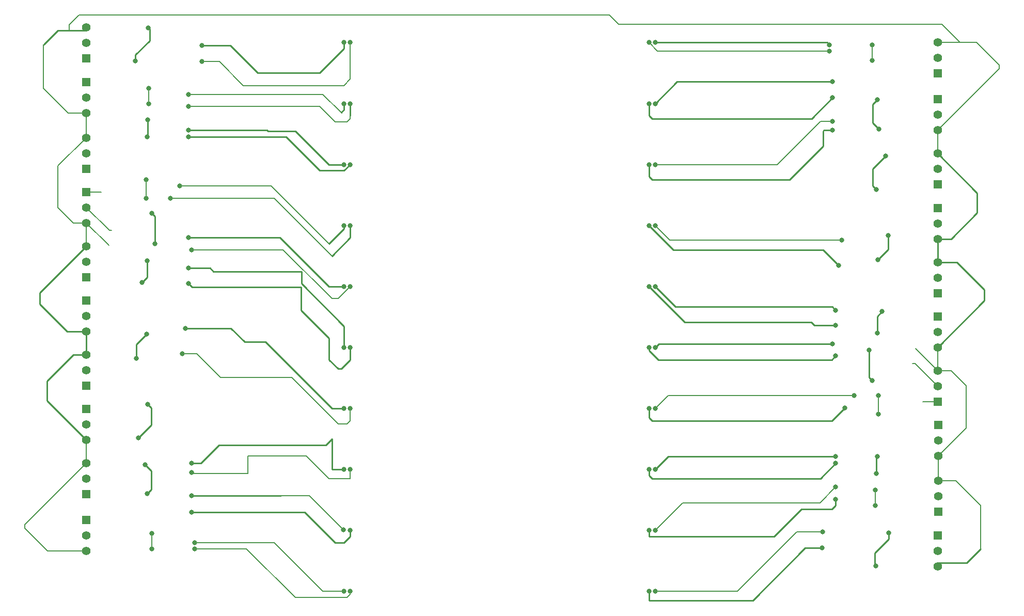
<source format=gbr>
%TF.GenerationSoftware,KiCad,Pcbnew,(6.0.8-1)-1*%
%TF.CreationDate,2023-06-16T18:58:08-04:00*%
%TF.ProjectId,Untitled,556e7469-746c-4656-942e-6b696361645f,rev?*%
%TF.SameCoordinates,Original*%
%TF.FileFunction,Copper,L2,Bot*%
%TF.FilePolarity,Positive*%
%FSLAX46Y46*%
G04 Gerber Fmt 4.6, Leading zero omitted, Abs format (unit mm)*
G04 Created by KiCad (PCBNEW (6.0.8-1)-1) date 2023-06-16 18:58:08*
%MOMM*%
%LPD*%
G01*
G04 APERTURE LIST*
%TA.AperFunction,ComponentPad*%
%ADD10R,1.397000X1.397000*%
%TD*%
%TA.AperFunction,ComponentPad*%
%ADD11C,1.397000*%
%TD*%
%TA.AperFunction,ViaPad*%
%ADD12C,0.800000*%
%TD*%
%TA.AperFunction,Conductor*%
%ADD13C,0.200000*%
%TD*%
%TA.AperFunction,Conductor*%
%ADD14C,0.250000*%
%TD*%
G04 APERTURE END LIST*
D10*
%TO.P,REF\u002A\u002A,1*%
%TO.N,N/C*%
X198842400Y-43580000D03*
D11*
%TO.P,REF\u002A\u002A,2*%
X198842400Y-41040000D03*
%TO.P,REF\u002A\u002A,3*%
X198842400Y-38500000D03*
%TD*%
D10*
%TO.P,REF\u002A\u002A,1*%
%TO.N,N/C*%
X198842400Y-79580000D03*
D11*
%TO.P,REF\u002A\u002A,2*%
X198842400Y-77040000D03*
%TO.P,REF\u002A\u002A,3*%
X198842400Y-74500000D03*
%TD*%
D10*
%TO.P,REF\u002A\u002A,1*%
%TO.N,N/C*%
X198892500Y-115392500D03*
D11*
%TO.P,REF\u002A\u002A,2*%
X198892500Y-112852500D03*
%TO.P,REF\u002A\u002A,3*%
X198892500Y-110312500D03*
%TD*%
D10*
%TO.P,REF\u002A\u002A,1*%
%TO.N,N/C*%
X198842400Y-97380000D03*
D11*
%TO.P,REF\u002A\u002A,2*%
X198842400Y-94840000D03*
%TO.P,REF\u002A\u002A,3*%
X198842400Y-92300000D03*
%TD*%
D10*
%TO.P,REF\u002A\u002A,1*%
%TO.N,N/C*%
X198842400Y-61780000D03*
D11*
%TO.P,REF\u002A\u002A,2*%
X198842400Y-59240000D03*
%TO.P,REF\u002A\u002A,3*%
X198842400Y-56700000D03*
%TD*%
D10*
%TO.P,REF\u002A\u002A,1*%
%TO.N,N/C*%
X198842400Y-47805000D03*
D11*
%TO.P,REF\u002A\u002A,2*%
X198842400Y-50345000D03*
%TO.P,REF\u002A\u002A,3*%
X198842400Y-52885000D03*
%TD*%
D10*
%TO.P,REF\u002A\u002A,1*%
%TO.N,N/C*%
X198842400Y-119292500D03*
D11*
%TO.P,REF\u002A\u002A,2*%
X198842400Y-121832500D03*
%TO.P,REF\u002A\u002A,3*%
X198842400Y-124372500D03*
%TD*%
D10*
%TO.P,REF\u002A\u002A,1*%
%TO.N,N/C*%
X198842400Y-65605000D03*
D11*
%TO.P,REF\u002A\u002A,2*%
X198842400Y-68145000D03*
%TO.P,REF\u002A\u002A,3*%
X198842400Y-70685000D03*
%TD*%
D10*
%TO.P,REF\u002A\u002A,1*%
%TO.N,N/C*%
X198892500Y-101192500D03*
D11*
%TO.P,REF\u002A\u002A,2*%
X198892500Y-103732500D03*
%TO.P,REF\u002A\u002A,3*%
X198892500Y-106272500D03*
%TD*%
D10*
%TO.P,REF\u002A\u002A,1*%
%TO.N,N/C*%
X198842400Y-83405000D03*
D11*
%TO.P,REF\u002A\u002A,2*%
X198842400Y-85945000D03*
%TO.P,REF\u002A\u002A,3*%
X198842400Y-88485000D03*
%TD*%
D10*
%TO.P,REF\u002A\u002A,1*%
%TO.N,N/C*%
X59250100Y-116812500D03*
D11*
%TO.P,REF\u002A\u002A,2*%
X59250100Y-119352500D03*
%TO.P,REF\u002A\u002A,3*%
X59250100Y-121892500D03*
%TD*%
%TO.P,REF\u002A\u002A,3*%
%TO.N,N/C*%
X59200000Y-54120000D03*
%TO.P,REF\u002A\u002A,2*%
X59200000Y-56660000D03*
D10*
%TO.P,REF\u002A\u002A,1*%
X59200000Y-59200000D03*
%TD*%
D11*
%TO.P,REF\u002A\u002A,3*%
%TO.N,N/C*%
X59250100Y-36020000D03*
%TO.P,REF\u002A\u002A,2*%
X59250100Y-38560000D03*
D10*
%TO.P,REF\u002A\u002A,1*%
X59250100Y-41100000D03*
%TD*%
D11*
%TO.P,REF\u002A\u002A,3*%
%TO.N,N/C*%
X59250100Y-71907500D03*
%TO.P,REF\u002A\u002A,2*%
X59250100Y-74447500D03*
D10*
%TO.P,REF\u002A\u002A,1*%
X59250100Y-76987500D03*
%TD*%
D11*
%TO.P,REF\u002A\u002A,3*%
%TO.N,N/C*%
X59250100Y-89707500D03*
%TO.P,REF\u002A\u002A,2*%
X59250100Y-92247500D03*
D10*
%TO.P,REF\u002A\u002A,1*%
X59250100Y-94787500D03*
%TD*%
D11*
%TO.P,REF\u002A\u002A,3*%
%TO.N,N/C*%
X59250100Y-107507500D03*
%TO.P,REF\u002A\u002A,2*%
X59250100Y-110047500D03*
D10*
%TO.P,REF\u002A\u002A,1*%
X59250100Y-112587500D03*
%TD*%
%TO.P,REF\u002A\u002A,1*%
%TO.N,N/C*%
X59250100Y-80812500D03*
D11*
%TO.P,REF\u002A\u002A,2*%
X59250100Y-83352500D03*
%TO.P,REF\u002A\u002A,3*%
X59250100Y-85892500D03*
%TD*%
D10*
%TO.P,REF\u002A\u002A,1*%
%TO.N,N/C*%
X59200000Y-45000000D03*
D11*
%TO.P,REF\u002A\u002A,2*%
X59200000Y-47540000D03*
%TO.P,REF\u002A\u002A,3*%
X59200000Y-50080000D03*
%TD*%
D10*
%TO.P,REF\u002A\u002A,1*%
%TO.N,N/C*%
X59250100Y-98612500D03*
D11*
%TO.P,REF\u002A\u002A,2*%
X59250100Y-101152500D03*
%TO.P,REF\u002A\u002A,3*%
X59250100Y-103692500D03*
%TD*%
D10*
%TO.P,REF\u002A\u002A,1*%
%TO.N,N/C*%
X59250100Y-63012500D03*
D11*
%TO.P,REF\u002A\u002A,2*%
X59250100Y-65552500D03*
%TO.P,REF\u002A\u002A,3*%
X59250100Y-68092500D03*
%TD*%
D12*
%TO.N,*%
X152500000Y-128500000D03*
X151500000Y-128500000D03*
X152500000Y-118500000D03*
X151500000Y-118500000D03*
X152500000Y-108500000D03*
X151500000Y-108500000D03*
X152500000Y-98500000D03*
X151500000Y-98500000D03*
X152500000Y-88500000D03*
X151500000Y-88500000D03*
X152500000Y-78500000D03*
X151500000Y-78500000D03*
X152500000Y-68500000D03*
X151500000Y-68500000D03*
X152500000Y-58500000D03*
X151500000Y-58500000D03*
X152500000Y-48500000D03*
X151500000Y-48500000D03*
X152500000Y-38500000D03*
X151500000Y-38500000D03*
X182092500Y-111392500D03*
X185092500Y-96392500D03*
X181092500Y-39892500D03*
X189092500Y-99392500D03*
X188592500Y-114392500D03*
X189092500Y-96392500D03*
X183592500Y-98392500D03*
X182092500Y-113392500D03*
X188592500Y-111892500D03*
X188092500Y-38892500D03*
X188092500Y-41392500D03*
X181092500Y-38892500D03*
X188892500Y-47892500D03*
X189692500Y-82592500D03*
X188792500Y-62592500D03*
X182092500Y-89892500D03*
X189192500Y-52692500D03*
X181592500Y-52892500D03*
X188992500Y-74092500D03*
X182092500Y-84892500D03*
X181592500Y-87892500D03*
X188892500Y-106392500D03*
X190692500Y-70092500D03*
X179892500Y-121392500D03*
X182092500Y-82392500D03*
X187592500Y-88892500D03*
X182092500Y-106392500D03*
X181592500Y-47562148D03*
X190292500Y-57092500D03*
X182092500Y-107492500D03*
X181592500Y-51392500D03*
X179922500Y-118762500D03*
X188792500Y-109192500D03*
X188892500Y-86092500D03*
X188692500Y-124292500D03*
X181592500Y-44892500D03*
X188092500Y-93892500D03*
X190792500Y-118892500D03*
X183092500Y-70892500D03*
X182592500Y-75032614D03*
X77000000Y-121500000D03*
X77000000Y-120500000D03*
X70000000Y-121500000D03*
X70000000Y-119000000D03*
X102500000Y-128500000D03*
X101500000Y-128500000D03*
X102500000Y-118500000D03*
X101357500Y-118357500D03*
X102500000Y-108500000D03*
X101500000Y-108500000D03*
X73000000Y-64000000D03*
X74500000Y-62000000D03*
X69000000Y-64000000D03*
X69000000Y-61000000D03*
X76000000Y-47000000D03*
X76000000Y-49000000D03*
X69500000Y-46000000D03*
X69500000Y-48500000D03*
X101500000Y-98500000D03*
X102500000Y-98500000D03*
X102500000Y-88500000D03*
X102500000Y-48500000D03*
X101500000Y-48500000D03*
X69300000Y-51200000D03*
X78170000Y-41630000D03*
X75500000Y-85359886D03*
X69200000Y-54000000D03*
X101500000Y-38500000D03*
X76000000Y-54000000D03*
X102500000Y-38500000D03*
X101500000Y-68500000D03*
X78200000Y-39000000D03*
X67400000Y-90300000D03*
X67300000Y-41500000D03*
X101500000Y-88500000D03*
X76500000Y-115500000D03*
X69100000Y-86300000D03*
X101500000Y-58500000D03*
X76500000Y-112830352D03*
X75000000Y-89500000D03*
X69200000Y-74300000D03*
X76500000Y-72500000D03*
X70500000Y-71500000D03*
X76000000Y-75500000D03*
X76500000Y-109000000D03*
X69400000Y-36100000D03*
X76000000Y-52900000D03*
X76000000Y-78000000D03*
X102500000Y-78500000D03*
X102500000Y-58500000D03*
X70000000Y-66500000D03*
X102500000Y-68500000D03*
X67800000Y-103300000D03*
X76500000Y-107500000D03*
X76000000Y-70500000D03*
X101500000Y-78500000D03*
X68400000Y-77800000D03*
X68900000Y-107700000D03*
X69200000Y-112500000D03*
X69300000Y-97800000D03*
%TD*%
D13*
%TO.N,*%
X205200000Y-38500000D02*
X202500000Y-38500000D01*
D14*
X54532494Y-36557506D02*
X56442494Y-36557506D01*
D13*
X58000000Y-34000000D02*
X56442494Y-35557506D01*
X202500000Y-38500000D02*
X198842400Y-38500000D01*
D14*
X56442494Y-36557506D02*
X59270100Y-36557506D01*
D13*
X202500000Y-38500000D02*
X199500000Y-35500000D01*
X199500000Y-35500000D02*
X146500000Y-35500000D01*
X146500000Y-35500000D02*
X145000000Y-34000000D01*
X56442494Y-35557506D02*
X56442494Y-36557506D01*
X145000000Y-34000000D02*
X58000000Y-34000000D01*
D14*
X151500000Y-128500000D02*
X151500000Y-130000000D01*
X151500000Y-130000000D02*
X168500000Y-130000000D01*
X177107500Y-121392500D02*
X179892500Y-121392500D01*
X168500000Y-130000000D02*
X177107500Y-121392500D01*
D13*
X179922500Y-118762500D02*
X175737500Y-118762500D01*
X175737500Y-118762500D02*
X166000000Y-128500000D01*
X166000000Y-128500000D02*
X152500000Y-128500000D01*
D14*
X151500000Y-118500000D02*
X151500000Y-119500000D01*
X151500000Y-119500000D02*
X172000000Y-119500000D01*
X181500000Y-115000000D02*
X182092500Y-114407500D01*
X172000000Y-119500000D02*
X176500000Y-115000000D01*
X176500000Y-115000000D02*
X181500000Y-115000000D01*
X182092500Y-114407500D02*
X182092500Y-113392500D01*
D13*
X182092500Y-111392500D02*
X179485000Y-114000000D01*
X179485000Y-114000000D02*
X157000000Y-114000000D01*
X157000000Y-114000000D02*
X152500000Y-118500000D01*
D14*
X151500000Y-109500000D02*
X152000000Y-110000000D01*
X151500000Y-108500000D02*
X151500000Y-109500000D01*
X179585000Y-110000000D02*
X182092500Y-107492500D01*
X152000000Y-110000000D02*
X179585000Y-110000000D01*
X182092500Y-106392500D02*
X154607500Y-106392500D01*
X154607500Y-106392500D02*
X152500000Y-108500000D01*
X151500000Y-100000000D02*
X152000000Y-100500000D01*
X151500000Y-98500000D02*
X151500000Y-100000000D01*
X152000000Y-100500000D02*
X181485000Y-100500000D01*
X181485000Y-100500000D02*
X183592500Y-98392500D01*
D13*
X185092500Y-96392500D02*
X154607500Y-96392500D01*
X154607500Y-96392500D02*
X152500000Y-98500000D01*
D14*
X151500000Y-89000000D02*
X153000000Y-90500000D01*
X151500000Y-88500000D02*
X151500000Y-89000000D01*
X181485000Y-90500000D02*
X182092500Y-89892500D01*
X153000000Y-90500000D02*
X181485000Y-90500000D01*
X181592500Y-87892500D02*
X153107500Y-87892500D01*
X153107500Y-87892500D02*
X152500000Y-88500000D01*
X151500000Y-78500000D02*
X157373568Y-84373568D01*
X157373568Y-84373568D02*
X178073568Y-84373568D01*
X181533568Y-81833568D02*
X155833568Y-81833568D01*
X155833568Y-81833568D02*
X152500000Y-78500000D01*
X151500000Y-68500000D02*
X155500000Y-72500000D01*
X180059886Y-72500000D02*
X182592500Y-75032614D01*
X155500000Y-72500000D02*
X180059886Y-72500000D01*
D13*
X183092500Y-70892500D02*
X154892500Y-70892500D01*
X154892500Y-70892500D02*
X152500000Y-68500000D01*
D14*
X176500000Y-59000000D02*
X180000000Y-55500000D01*
X151500000Y-60500000D02*
X152000000Y-61000000D01*
X151500000Y-58500000D02*
X151500000Y-60500000D01*
X152000000Y-61000000D02*
X174500000Y-61000000D01*
X180000000Y-55500000D02*
X180000000Y-53000000D01*
X174500000Y-61000000D02*
X176500000Y-59000000D01*
D13*
X181592500Y-51392500D02*
X179607500Y-51392500D01*
X179607500Y-51392500D02*
X172500000Y-58500000D01*
X172500000Y-58500000D02*
X152500000Y-58500000D01*
D14*
X151500000Y-50500000D02*
X152000000Y-51000000D01*
X151500000Y-48500000D02*
X151500000Y-50500000D01*
X152000000Y-51000000D02*
X178154648Y-51000000D01*
X178154648Y-51000000D02*
X181592500Y-47562148D01*
X181592500Y-44892500D02*
X156107500Y-44892500D01*
X156107500Y-44892500D02*
X152500000Y-48500000D01*
X152500000Y-38500000D02*
X180700000Y-38500000D01*
X180700000Y-38500000D02*
X181092500Y-38892500D01*
D13*
X152892500Y-39892500D02*
X181092500Y-39892500D01*
X151500000Y-38500000D02*
X152892500Y-39892500D01*
X188092500Y-41392500D02*
X188092500Y-38892500D01*
X205892500Y-114392500D02*
X205892500Y-121502500D01*
D14*
X206492500Y-78992500D02*
X206492500Y-80834900D01*
X205292500Y-63150100D02*
X198842400Y-56700000D01*
X203560006Y-123834994D02*
X198822400Y-123834994D01*
D13*
X208917500Y-42809900D02*
X208917500Y-42217500D01*
X194692500Y-91092500D02*
X195094900Y-91092500D01*
D14*
X188892500Y-83392500D02*
X188892500Y-86092500D01*
D13*
X196380000Y-97380000D02*
X197105000Y-97380000D01*
X198892500Y-106272500D02*
X198892500Y-110312500D01*
D14*
X188192500Y-61992500D02*
X188792500Y-62592500D01*
X188492500Y-122192500D02*
X188492500Y-124092500D01*
D13*
X198445000Y-94840000D02*
X198842400Y-94840000D01*
D14*
X188792500Y-109192500D02*
X188792500Y-106492500D01*
D13*
X198842400Y-52885000D02*
X208917500Y-42809900D01*
D14*
X189692500Y-82592500D02*
X188892500Y-83392500D01*
X188192500Y-51692500D02*
X189192500Y-52692500D01*
D13*
X198842400Y-92300000D02*
X195192500Y-88650100D01*
D14*
X188192500Y-48592500D02*
X188192500Y-51692500D01*
D13*
X205892500Y-121502500D02*
X205847500Y-121547500D01*
D14*
X188792500Y-106492500D02*
X188892500Y-106392500D01*
D13*
X201000000Y-92300000D02*
X198842400Y-92300000D01*
X198842400Y-92300000D02*
X198842400Y-88485000D01*
D14*
X188192500Y-59192500D02*
X188192500Y-61992500D01*
X188492500Y-124092500D02*
X188692500Y-124292500D01*
D13*
X201812500Y-110312500D02*
X205892500Y-114392500D01*
D14*
X198842400Y-74500000D02*
X198842400Y-70685000D01*
X190792500Y-119892500D02*
X188492500Y-122192500D01*
D13*
X203492500Y-101672500D02*
X203492500Y-94792500D01*
D14*
X190792500Y-118892500D02*
X190792500Y-119892500D01*
D13*
X198892500Y-110312500D02*
X201812500Y-110312500D01*
X195094900Y-91092500D02*
X198842400Y-94840000D01*
X196505000Y-97380000D02*
X197105000Y-97380000D01*
X198842400Y-56700000D02*
X198842400Y-52885000D01*
D14*
X201000000Y-70685000D02*
X205292500Y-66392500D01*
D13*
X203492500Y-94792500D02*
X201000000Y-92300000D01*
D14*
X188892500Y-47892500D02*
X188192500Y-48592500D01*
X205292500Y-66392500D02*
X205292500Y-63150100D01*
X198842400Y-70685000D02*
X201000000Y-70685000D01*
X190292500Y-57092500D02*
X188192500Y-59192500D01*
D13*
X198892500Y-106272500D02*
X203492500Y-101672500D01*
D14*
X205847500Y-121547500D02*
X203560006Y-123834994D01*
X190692500Y-72392500D02*
X188992500Y-74092500D01*
X202000000Y-74500000D02*
X206492500Y-78992500D01*
D13*
X197105000Y-97380000D02*
X198842400Y-97380000D01*
D14*
X198842400Y-74500000D02*
X202000000Y-74500000D01*
X190692500Y-70092500D02*
X190692500Y-72392500D01*
X206492500Y-80834900D02*
X198842400Y-88485000D01*
X181592500Y-44892500D02*
X181582500Y-44882500D01*
D13*
X181592500Y-51392500D02*
X181392500Y-51192500D01*
X208917500Y-42217500D02*
X205200000Y-38500000D01*
D14*
X182092500Y-84892500D02*
X178592500Y-84892500D01*
X178592500Y-84892500D02*
X178073568Y-84373568D01*
X182092500Y-82392500D02*
X181533568Y-81833568D01*
X181592500Y-52892500D02*
X180092500Y-52892500D01*
X187592500Y-93392500D02*
X187592500Y-88892500D01*
X188092500Y-93892500D02*
X187592500Y-93392500D01*
D13*
X189092500Y-99392500D02*
X189092500Y-96392500D01*
X188592500Y-114392500D02*
X188592500Y-111892500D01*
X102500000Y-100500000D02*
X102500000Y-98500000D01*
X75000000Y-89500000D02*
X77300000Y-89500000D01*
X77300000Y-89500000D02*
X81200000Y-93400000D01*
X81200000Y-93400000D02*
X92900000Y-93400000D01*
X92900000Y-93400000D02*
X100500000Y-101000000D01*
X100500000Y-101000000D02*
X102000000Y-101000000D01*
X102000000Y-101000000D02*
X102500000Y-100500000D01*
D14*
X85200000Y-87600000D02*
X88600000Y-87600000D01*
X75500000Y-85359886D02*
X82959886Y-85359886D01*
X82959886Y-85359886D02*
X85200000Y-87600000D01*
X88600000Y-87600000D02*
X99500000Y-98500000D01*
X99500000Y-98500000D02*
X101500000Y-98500000D01*
X76500000Y-115500000D02*
X76510000Y-115510000D01*
X100000000Y-120500000D02*
X101500000Y-120500000D01*
X102500000Y-119500000D02*
X102500000Y-118500000D01*
X95010000Y-115510000D02*
X100000000Y-120500000D01*
X76510000Y-115510000D02*
X95010000Y-115510000D01*
X101500000Y-120500000D02*
X102500000Y-119500000D01*
X99500000Y-103500000D02*
X99500000Y-108500000D01*
X76500000Y-107500000D02*
X78000000Y-107500000D01*
X78000000Y-107500000D02*
X81000000Y-104500000D01*
X81000000Y-104500000D02*
X98500000Y-104500000D01*
X98500000Y-104500000D02*
X99500000Y-103500000D01*
X99500000Y-108500000D02*
X101500000Y-108500000D01*
D13*
X85700000Y-106300000D02*
X95300000Y-106300000D01*
X95300000Y-106300000D02*
X99000000Y-110000000D01*
X76700000Y-109200000D02*
X85700000Y-109200000D01*
X76500000Y-109000000D02*
X76700000Y-109200000D01*
X85700000Y-109200000D02*
X85700000Y-106300000D01*
X99000000Y-110000000D02*
X102500000Y-110000000D01*
X102500000Y-110000000D02*
X102500000Y-108500000D01*
D14*
X91169648Y-112830352D02*
X76500000Y-112830352D01*
X100500000Y-92000000D02*
X101000000Y-92000000D01*
X76000000Y-78000000D02*
X76558932Y-78558932D01*
X99000000Y-90500000D02*
X100500000Y-92000000D01*
X76558932Y-78558932D02*
X94441068Y-78558932D01*
X94441068Y-78558932D02*
X94441068Y-82441068D01*
X94441068Y-82441068D02*
X99000000Y-87000000D01*
X99000000Y-87000000D02*
X99000000Y-90500000D01*
X101000000Y-92000000D02*
X102500000Y-90500000D01*
X102500000Y-90500000D02*
X102500000Y-88500000D01*
X76000000Y-75500000D02*
X79500000Y-75500000D01*
X79500000Y-75500000D02*
X80018932Y-76018932D01*
X80018932Y-76018932D02*
X94481068Y-76018932D01*
X94481068Y-76018932D02*
X94481068Y-77981068D01*
X94481068Y-77981068D02*
X101500000Y-85000000D01*
X101500000Y-85000000D02*
X101500000Y-88500000D01*
D13*
X76500000Y-72500000D02*
X91500000Y-72500000D01*
X91500000Y-72500000D02*
X99500000Y-80500000D01*
X99500000Y-80500000D02*
X100500000Y-80500000D01*
X100500000Y-80500000D02*
X102500000Y-78500000D01*
D14*
X91000000Y-70500000D02*
X99000000Y-78500000D01*
X99000000Y-78500000D02*
X101500000Y-78500000D01*
X76000000Y-70500000D02*
X91000000Y-70500000D01*
X97500000Y-59500000D02*
X101500000Y-59500000D01*
X76000000Y-54000000D02*
X92000000Y-54000000D01*
X92000000Y-54000000D02*
X97500000Y-59500000D01*
X101500000Y-59500000D02*
X102500000Y-58500000D01*
X76000000Y-52900000D02*
X88890704Y-52900000D01*
X88890704Y-52900000D02*
X88990704Y-53000000D01*
X88990704Y-53000000D02*
X93500000Y-53000000D01*
X93500000Y-53000000D02*
X99000000Y-58500000D01*
X99000000Y-58500000D02*
X101500000Y-58500000D01*
D13*
X102500000Y-128500000D02*
X102500000Y-129000000D01*
X102500000Y-129000000D02*
X102000000Y-129500000D01*
X102000000Y-129500000D02*
X93500000Y-129500000D01*
X93500000Y-129500000D02*
X85500000Y-121500000D01*
X85500000Y-121500000D02*
X77000000Y-121500000D01*
X77000000Y-120500000D02*
X90000000Y-120500000D01*
X90000000Y-120500000D02*
X98000000Y-128500000D01*
X98000000Y-128500000D02*
X101500000Y-128500000D01*
X70000000Y-119000000D02*
X70000000Y-121500000D01*
X49175000Y-118175000D02*
X52892500Y-121892500D01*
X52892500Y-121892500D02*
X59250100Y-121892500D01*
X101357500Y-118357500D02*
X95830352Y-112830352D01*
X95830352Y-112830352D02*
X91169648Y-112830352D01*
X81030000Y-41630000D02*
X78170000Y-41630000D01*
X102500000Y-38500000D02*
X102500000Y-44500000D01*
X84950000Y-45550000D02*
X81030000Y-41630000D01*
X102500000Y-44500000D02*
X101450000Y-45550000D01*
X101450000Y-45550000D02*
X84950000Y-45550000D01*
D14*
X101500000Y-38500000D02*
X101500000Y-39500000D01*
X101500000Y-39500000D02*
X97500000Y-43500000D01*
X97500000Y-43500000D02*
X87300000Y-43500000D01*
X87300000Y-43500000D02*
X82800000Y-39000000D01*
X82800000Y-39000000D02*
X78200000Y-39000000D01*
X102500000Y-50500000D02*
X102500000Y-48500000D01*
X101500000Y-48500000D02*
X101500000Y-49500000D01*
X101500000Y-49500000D02*
X101000000Y-50000000D01*
X102500000Y-68500000D02*
X102500000Y-70500000D01*
X102500000Y-70500000D02*
X99500000Y-73500000D01*
X101500000Y-68500000D02*
X101500000Y-69000000D01*
X101500000Y-69000000D02*
X99000000Y-71500000D01*
X70000000Y-66500000D02*
X70500000Y-67000000D01*
X70500000Y-67000000D02*
X70500000Y-71500000D01*
D13*
X73000000Y-64000000D02*
X90000000Y-64000000D01*
X90000000Y-64000000D02*
X99500000Y-73500000D01*
X74500000Y-62000000D02*
X89500000Y-62000000D01*
X89500000Y-62000000D02*
X99000000Y-71500000D01*
X69000000Y-61000000D02*
X69000000Y-64000000D01*
X76000000Y-49000000D02*
X97500000Y-49000000D01*
X97500000Y-49000000D02*
X100000000Y-51500000D01*
X100000000Y-51500000D02*
X102000000Y-51500000D01*
X102000000Y-51500000D02*
X102500000Y-51000000D01*
X102500000Y-51000000D02*
X102500000Y-50500000D01*
X76000000Y-47000000D02*
X98000000Y-47000000D01*
X98000000Y-47000000D02*
X101000000Y-50000000D01*
X69500000Y-46000000D02*
X69500000Y-48500000D01*
D14*
X69900000Y-111800000D02*
X69900000Y-108700000D01*
X69900000Y-108700000D02*
X68900000Y-107700000D01*
D13*
X57092500Y-68092500D02*
X59250100Y-68092500D01*
D14*
X69300000Y-53900000D02*
X69200000Y-54000000D01*
D13*
X59250100Y-68092500D02*
X59250100Y-71907500D01*
D14*
X68400000Y-77800000D02*
X69200000Y-77000000D01*
D13*
X52200000Y-38890000D02*
X52245000Y-38845000D01*
X59250100Y-107507500D02*
X49175000Y-117582600D01*
X59250100Y-68092500D02*
X62900000Y-71742400D01*
X54600000Y-58720000D02*
X54600000Y-65600000D01*
D14*
X69200000Y-112500000D02*
X69900000Y-111800000D01*
D13*
X62997600Y-69300000D02*
X59250100Y-65552500D01*
D14*
X67300000Y-40500000D02*
X69600000Y-38200000D01*
X59250100Y-85892500D02*
X59250100Y-89707500D01*
X59250100Y-85892500D02*
X56092500Y-85892500D01*
X56092500Y-85892500D02*
X51600000Y-81400000D01*
X69600000Y-36300000D02*
X69400000Y-36100000D01*
X67400000Y-90300000D02*
X67400000Y-88000000D01*
X69900000Y-101200000D02*
X69900000Y-98400000D01*
X51600000Y-79557600D02*
X59250100Y-71907500D01*
D13*
X59200000Y-54120000D02*
X54600000Y-58720000D01*
D14*
X52800000Y-94000000D02*
X52800000Y-97242400D01*
X67800000Y-103300000D02*
X69900000Y-101200000D01*
D13*
X59200000Y-50080000D02*
X56280000Y-50080000D01*
D14*
X57092500Y-89707500D02*
X52800000Y-94000000D01*
D13*
X61587500Y-63012500D02*
X60987500Y-63012500D01*
D14*
X67400000Y-88000000D02*
X69100000Y-86300000D01*
D13*
X60987500Y-63012500D02*
X59250100Y-63012500D01*
D14*
X59250100Y-89707500D02*
X57092500Y-89707500D01*
D13*
X54600000Y-65600000D02*
X57092500Y-68092500D01*
X56280000Y-50080000D02*
X52200000Y-46000000D01*
D14*
X52245000Y-38845000D02*
X54532494Y-36557506D01*
D13*
X59250100Y-103692500D02*
X59250100Y-107507500D01*
D14*
X67300000Y-41500000D02*
X67300000Y-40500000D01*
X69200000Y-77000000D02*
X69200000Y-74300000D01*
D13*
X63400000Y-69300000D02*
X62997600Y-69300000D01*
X52200000Y-46000000D02*
X52200000Y-38890000D01*
D14*
X52800000Y-97242400D02*
X59250100Y-103692500D01*
X51600000Y-81400000D02*
X51600000Y-79557600D01*
D13*
X61712500Y-63012500D02*
X60987500Y-63012500D01*
X49175000Y-117582600D02*
X49175000Y-118175000D01*
D14*
X69600000Y-38200000D02*
X69600000Y-36300000D01*
X69900000Y-98400000D02*
X69300000Y-97800000D01*
X69300000Y-51200000D02*
X69300000Y-53900000D01*
D13*
X59647500Y-65552500D02*
X59250100Y-65552500D01*
X59200000Y-54120000D02*
X59200000Y-50080000D01*
%TD*%
M02*

</source>
